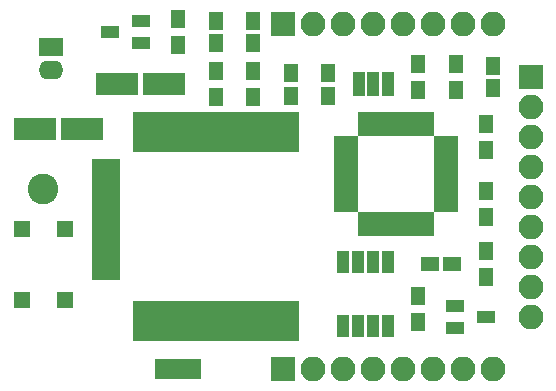
<source format=gts>
G04 #@! TF.FileFunction,Soldermask,Top*
%FSLAX46Y46*%
G04 Gerber Fmt 4.6, Leading zero omitted, Abs format (unit mm)*
G04 Created by KiCad (PCBNEW 4.0.7-e2-6376~58~ubuntu17.04.1) date Wed Oct  4 11:26:47 2017*
%MOMM*%
%LPD*%
G01*
G04 APERTURE LIST*
%ADD10C,0.100000*%
%ADD11R,1.150000X1.600000*%
%ADD12R,1.600000X1.150000*%
%ADD13R,3.600000X1.900000*%
%ADD14R,2.100000X2.100000*%
%ADD15O,2.100000X2.100000*%
%ADD16R,2.100000X1.600000*%
%ADD17O,2.100000X1.600000*%
%ADD18C,2.600000*%
%ADD19R,1.300000X1.600000*%
%ADD20R,1.400760X1.400760*%
%ADD21R,0.950000X2.000000*%
%ADD22R,2.000000X0.950000*%
%ADD23R,1.997660X3.397200*%
%ADD24R,2.400000X1.400000*%
%ADD25R,1.000000X1.950000*%
%ADD26R,1.620000X1.050000*%
%ADD27R,1.100000X2.100000*%
%ADD28R,1.370000X1.670000*%
G04 APERTURE END LIST*
D10*
D11*
X170815000Y-86040000D03*
X170815000Y-84140000D03*
X173990000Y-84140000D03*
X173990000Y-86040000D03*
D12*
X182565000Y-100330000D03*
X184465000Y-100330000D03*
D13*
X149130000Y-88900000D03*
X153130000Y-88900000D03*
X156115000Y-85090000D03*
X160115000Y-85090000D03*
D11*
X164465000Y-79695000D03*
X164465000Y-81595000D03*
X167640000Y-79695000D03*
X167640000Y-81595000D03*
X187960000Y-85405000D03*
X187960000Y-83505000D03*
D14*
X170180000Y-109220000D03*
D15*
X172720000Y-109220000D03*
X175260000Y-109220000D03*
X177800000Y-109220000D03*
X180340000Y-109220000D03*
X182880000Y-109220000D03*
X185420000Y-109220000D03*
X187960000Y-109220000D03*
D14*
X170180000Y-80010000D03*
D15*
X172720000Y-80010000D03*
X175260000Y-80010000D03*
X177800000Y-80010000D03*
X180340000Y-80010000D03*
X182880000Y-80010000D03*
X185420000Y-80010000D03*
X187960000Y-80010000D03*
D16*
X150495000Y-81915000D03*
D17*
X150495000Y-83915000D03*
D18*
X149860000Y-93980000D03*
D19*
X187325000Y-94150000D03*
X187325000Y-96350000D03*
X181610000Y-103040000D03*
X181610000Y-105240000D03*
X187325000Y-99230000D03*
X187325000Y-101430000D03*
X184785000Y-85555000D03*
X184785000Y-83355000D03*
X181610000Y-85555000D03*
X181610000Y-83355000D03*
X161290000Y-79545000D03*
X161290000Y-81745000D03*
X187325000Y-88435000D03*
X187325000Y-90635000D03*
X167640000Y-83990000D03*
X167640000Y-86190000D03*
X164465000Y-86190000D03*
X164465000Y-83990000D03*
D20*
X151709120Y-97330260D03*
X148010880Y-103329740D03*
X148010880Y-97330260D03*
X151709120Y-103329740D03*
D21*
X182505000Y-88460000D03*
X181705000Y-88460000D03*
X180905000Y-88460000D03*
X180105000Y-88460000D03*
X179305000Y-88460000D03*
X178505000Y-88460000D03*
X177705000Y-88460000D03*
X176905000Y-88460000D03*
D22*
X175455000Y-89910000D03*
X175455000Y-90710000D03*
X175455000Y-91510000D03*
X175455000Y-92310000D03*
X175455000Y-93110000D03*
X175455000Y-93910000D03*
X175455000Y-94710000D03*
X175455000Y-95510000D03*
D21*
X176905000Y-96960000D03*
X177705000Y-96960000D03*
X178505000Y-96960000D03*
X179305000Y-96960000D03*
X180105000Y-96960000D03*
X180905000Y-96960000D03*
X181705000Y-96960000D03*
X182505000Y-96960000D03*
D22*
X183955000Y-95510000D03*
X183955000Y-94710000D03*
X183955000Y-93910000D03*
X183955000Y-93110000D03*
X183955000Y-92310000D03*
X183955000Y-91510000D03*
X183955000Y-90710000D03*
X183955000Y-89910000D03*
D23*
X170464480Y-89156540D03*
X168465500Y-89154000D03*
X166463980Y-89154000D03*
X164465000Y-89154000D03*
X162466020Y-89154000D03*
X160464500Y-89154000D03*
X158465520Y-89154000D03*
X158465520Y-105156000D03*
X160464500Y-105156000D03*
X162466020Y-105156000D03*
X164465000Y-105156000D03*
X166463980Y-105156000D03*
X168465500Y-105156000D03*
X170464480Y-105156000D03*
D24*
X155130000Y-92120000D03*
X155130000Y-93390000D03*
X155130000Y-94660000D03*
X155130000Y-95930000D03*
X155130000Y-97200000D03*
X155130000Y-98470000D03*
X155130000Y-99740000D03*
X155130000Y-101010000D03*
D25*
X175260000Y-105570000D03*
X176530000Y-105570000D03*
X177800000Y-105570000D03*
X179070000Y-105570000D03*
X179070000Y-100170000D03*
X177800000Y-100170000D03*
X176530000Y-100170000D03*
X175260000Y-100170000D03*
D26*
X158155000Y-81595000D03*
X158155000Y-79695000D03*
X155535000Y-80645000D03*
X184745000Y-103825000D03*
X184745000Y-105725000D03*
X187365000Y-104775000D03*
D27*
X176600000Y-85090000D03*
X177800000Y-85090000D03*
X179000000Y-85090000D03*
D28*
X160020000Y-109220000D03*
X161290000Y-109220000D03*
X162560000Y-109220000D03*
D14*
X191135000Y-84455000D03*
D15*
X191135000Y-86995000D03*
X191135000Y-89535000D03*
X191135000Y-92075000D03*
X191135000Y-94615000D03*
X191135000Y-97155000D03*
X191135000Y-99695000D03*
X191135000Y-102235000D03*
X191135000Y-104775000D03*
M02*

</source>
